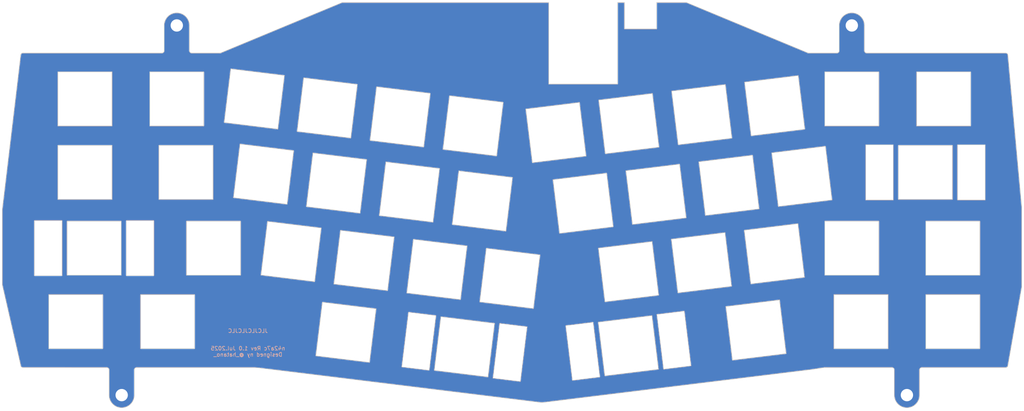
<source format=kicad_pcb>
(kicad_pcb (version 20241229) (generator "pcbnew") (generator_version "9.0")
  (title_block (title "n42a7c") (date "2025-06-08") (rev "1.0"))
  (layers (0 "F.Cu" mixed) (2 "B.Cu" mixed) (13 "F.Paste" user) (15 "B.Paste" user) (5 "F.SilkS" user "F.Silkscreen") (7 "B.SilkS" user "B.Silkscreen") (1 "F.Mask" user) (3 "B.Mask" user) (25 "Edge.Cuts" user))
  (net 0 "")
  (net 1 "GND")
  (footprint "cscslib:MountingHole_M3_plating_truss" (layer "F.Cu") (at 44.6484 124.42021)
    (property "Reference" "H3")
    (property "Value" "MountingHole_Pad" (hide yes))
    (pad "1" thru_hole circle (at 0 0) (size 3.4 3.4) (drill 3.2) (layers "*.Cu" "*.Mask") (net 1 "GND") (clearance 1.75))
  )
  (footprint "cscslib:MountingHole_M3_plating_truss" (layer "F.Cu") (at 58.935987 28.57502)
    (property "Reference" "H1")
    (property "Value" "MountingHole_Pad" (hide yes))
    (pad "1" thru_hole circle (at 0 0) (size 3.4 3.4) (drill 3.2) (layers "*.Cu" "*.Mask") (net 1 "GND") (clearance 1.75))
  )
  (footprint "cscslib:MountingHole_M3_plating_truss" (layer "F.Cu") (at 248.245104 124.420416)
    (property "Reference" "H4")
    (property "Value" "MountingHole_Pad" (hide yes))
    (pad "1" thru_hole circle (at 0 0) (size 3.4 3.4) (drill 3.2) (layers "*.Cu" "*.Mask") (net 1 "GND") (clearance 1.75))
  )
  (footprint "cscslib:MountingHole_M3_plating_truss" (layer "F.Cu") (at 233.958009 28.575024)
    (property "Reference" "H2")
    (property "Value" "MountingHole_Pad" (hide yes))
    (pad "1" thru_hole circle (at 0 0) (size 3.4 3.4) (drill 3.2) (layers "*.Cu" "*.Mask") (net 1 "GND") (clearance 1.75))
  )
  (footprint "cscslib:CPG151101S11_frame" (layer "B.Cu") (at 35.12349 47.624947)
    (property "Reference" "SW1" (hide yes))
    (property "Value" "CPG151101S11-16" (hide yes))
    (fp_line (start -7 -7) (end 7 -7) (stroke (width 0.15)) (layer "Edge.Cuts"))
    (fp_line (start -7 7) (end -7 -7) (stroke (width 0.15)) (layer "Edge.Cuts"))
    (fp_line (start -7 7) (end 7 7) (stroke (width 0.15)) (layer "Edge.Cuts"))
    (fp_line (start 7 7) (end 7 -7) (stroke (width 0.15)) (layer "Edge.Cuts"))
  )
  (footprint "cscslib:CPG151101S11_frame" (layer "B.Cu") (at 79.035307 47.638212 -7)
    (property "Reference" "SW3" (hide yes))
    (property "Value" "CPG151101S11-16" (hide yes))
    (fp_line (start -6.999999 7) (end -7 -6.999999) (stroke (width 0.15)) (layer "Edge.Cuts"))
    (fp_line (start -6.999999 7) (end 7 6.999999) (stroke (width 0.15)) (layer "Edge.Cuts"))
    (fp_line (start -7 -6.999999) (end 6.999999 -7) (stroke (width 0.15)) (layer "Edge.Cuts"))
    (fp_line (start 7 6.999999) (end 6.999999 -7) (stroke (width 0.15)) (layer "Edge.Cuts"))
  )
  (footprint "cscslib:CPG151101S11_frame" (layer "B.Cu") (at 97.94339 49.959835 -7)
    (property "Reference" "SW4" (hide yes))
    (property "Value" "CPG151101S11-16" (hide yes))
    (fp_line (start -6.999999 7) (end -7 -6.999999) (stroke (width 0.15)) (layer "Edge.Cuts"))
    (fp_line (start -6.999999 7) (end 7 6.999999) (stroke (width 0.15)) (layer "Edge.Cuts"))
    (fp_line (start -7 -6.999999) (end 6.999999 -7) (stroke (width 0.15)) (layer "Edge.Cuts"))
    (fp_line (start 7 6.999999) (end 6.999999 -7) (stroke (width 0.15)) (layer "Edge.Cuts"))
  )
  (footprint "cscslib:CPG151101S11_frame" (layer "B.Cu") (at 116.851469 52.281451 -7)
    (property "Reference" "SW5" (hide yes))
    (property "Value" "CPG151101S11-16" (hide yes))
    (fp_line (start -6.999999 7) (end -7 -6.999999) (stroke (width 0.15)) (layer "Edge.Cuts"))
    (fp_line (start -6.999999 7) (end 7 6.999999) (stroke (width 0.15)) (layer "Edge.Cuts"))
    (fp_line (start -7 -6.999999) (end 6.999999 -7) (stroke (width 0.15)) (layer "Edge.Cuts"))
    (fp_line (start 7 6.999999) (end 6.999999 -7) (stroke (width 0.15)) (layer "Edge.Cuts"))
  )
  (footprint "cscslib:CPG151101S11_frame" (layer "B.Cu") (at 135.759557 54.603071 -7)
    (property "Reference" "SW6" (hide yes))
    (property "Value" "CPG151101S11-16" (hide yes))
    (fp_line (start -6.999999 7) (end -7 -6.999999) (stroke (width 0.15)) (layer "Edge.Cuts"))
    (fp_line (start -6.999999 7) (end 7 6.999999) (stroke (width 0.15)) (layer "Edge.Cuts"))
    (fp_line (start -7 -6.999999) (end 6.999999 -7) (stroke (width 0.15)) (layer "Edge.Cuts"))
    (fp_line (start 7 6.999999) (end 6.999999 -7) (stroke (width 0.15)) (layer "Edge.Cuts"))
  )
  (footprint "cscslib:CPG151101S11_frame" (layer "B.Cu") (at 157.240616 56.344319 7)
    (property "Reference" "SW7" (hide yes))
    (property "Value" "CPG151101S11-16" (hide yes))
    (fp_line (start -6.999999 -7) (end 7 -6.999999) (stroke (width 0.15)) (layer "Edge.Cuts"))
    (fp_line (start -7 6.999999) (end -6.999999 -7) (stroke (width 0.15)) (layer "Edge.Cuts"))
    (fp_line (start -7 6.999999) (end 6.999999 7) (stroke (width 0.15)) (layer "Edge.Cuts"))
    (fp_line (start 6.999999 7) (end 7 -6.999999) (stroke (width 0.15)) (layer "Edge.Cuts"))
  )
  (footprint "cscslib:CPG151101S11_frame" (layer "B.Cu") (at 176.148605 54.022573 7)
    (property "Reference" "SW8" (hide yes))
    (property "Value" "CPG151101S11-16" (hide yes))
    (fp_line (start -6.999999 -7) (end 7 -6.999999) (stroke (width 0.15)) (layer "Edge.Cuts"))
    (fp_line (start -7 6.999999) (end -6.999999 -7) (stroke (width 0.15)) (layer "Edge.Cuts"))
    (fp_line (start -7 6.999999) (end 6.999999 7) (stroke (width 0.15)) (layer "Edge.Cuts"))
    (fp_line (start 6.999999 7) (end 7 -6.999999) (stroke (width 0.15)) (layer "Edge.Cuts"))
  )
  (footprint "cscslib:CPG151101S11_frame" (layer "B.Cu") (at 195.056609 51.700962 7)
    (property "Reference" "SW9" (hide yes))
    (property "Value" "CPG151101S11-16" (hide yes))
    (fp_line (start -6.999999 -7) (end 7 -6.999999) (stroke (width 0.15)) (layer "Edge.Cuts"))
    (fp_line (start -7 6.999999) (end -6.999999 -7) (stroke (width 0.15)) (layer "Edge.Cuts"))
    (fp_line (start -7 6.999999) (end 6.999999 7) (stroke (width 0.15)) (layer "Edge.Cuts"))
    (fp_line (start 6.999999 7) (end 7 -6.999999) (stroke (width 0.15)) (layer "Edge.Cuts"))
  )
  (footprint "cscslib:CPG151101S11_frame" (layer "B.Cu") (at 213.964612 49.379351 7)
    (property "Reference" "SW10" (hide yes))
    (property "Value" "CPG151101S11-16" (hide yes))
    (fp_line (start -6.999999 -7) (end 7 -6.999999) (stroke (width 0.15)) (layer "Edge.Cuts"))
    (fp_line (start -7 6.999999) (end -6.999999 -7) (stroke (width 0.15)) (layer "Edge.Cuts"))
    (fp_line (start -7 6.999999) (end 6.999999 7) (stroke (width 0.15)) (layer "Edge.Cuts"))
    (fp_line (start 6.999999 7) (end 7 -6.999999) (stroke (width 0.15)) (layer "Edge.Cuts"))
  )
  (footprint "cscslib:CPG151101S11_frame" (layer "B.Cu") (at 233.958009 47.624944)
    (property "Reference" "SW11" (hide yes))
    (property "Value" "CPG151101S11-16" (hide yes))
    (fp_line (start -7 -7) (end 7 -7) (stroke (width 0.15)) (layer "Edge.Cuts"))
    (fp_line (start -7 7) (end -7 -7) (stroke (width 0.15)) (layer "Edge.Cuts"))
    (fp_line (start -7 7) (end 7 7) (stroke (width 0.15)) (layer "Edge.Cuts"))
    (fp_line (start 7 7) (end 7 -7) (stroke (width 0.15)) (layer "Edge.Cuts"))
  )
  (footprint "cscslib:CPG151101S11_frame" (layer "B.Cu") (at 61.317239 66.675056)
    (property "Reference" "SW14" (hide yes))
    (property "Value" "CPG151101S11-16" (hide yes))
    (fp_line (start -7 -7) (end 7 -7) (stroke (width 0.15)) (layer "Edge.Cuts"))
    (fp_line (start -7 7) (end -7 -7) (stroke (width 0.15)) (layer "Edge.Cuts"))
    (fp_line (start -7 7) (end 7 7) (stroke (width 0.15)) (layer "Edge.Cuts"))
    (fp_line (start 7 7) (end 7 -7) (stroke (width 0.15)) (layer "Edge.Cuts"))
  )
  (footprint "cscslib:CPG151101S11_frame" (layer "B.Cu") (at 81.440532 67.12668 -7)
    (property "Reference" "SW15" (hide yes))
    (property "Value" "CPG151101S11-16" (hide yes))
    (fp_line (start -6.999999 7) (end -7 -6.999999) (stroke (width 0.15)) (layer "Edge.Cuts"))
    (fp_line (start -6.999999 7) (end 7 6.999999) (stroke (width 0.15)) (layer "Edge.Cuts"))
    (fp_line (start -7 -6.999999) (end 6.999999 -7) (stroke (width 0.15)) (layer "Edge.Cuts"))
    (fp_line (start 7 6.999999) (end 6.999999 -7) (stroke (width 0.15)) (layer "Edge.Cuts"))
  )
  (footprint "cscslib:CPG151101S11_frame" (layer "B.Cu") (at 164.289229 74.67192 7)
    (property "Reference" "SW19" (hide yes))
    (property "Value" "CPG151101S11-16" (hide yes))
    (fp_line (start -6.999999 -7) (end 7 -6.999999) (stroke (width 0.15)) (layer "Edge.Cuts"))
    (fp_line (start -7 6.999999) (end -6.999999 -7) (stroke (width 0.15)) (layer "Edge.Cuts"))
    (fp_line (start -7 6.999999) (end 6.999999 7) (stroke (width 0.15)) (layer "Edge.Cuts"))
    (fp_line (start 6.999999 7) (end 7 -6.999999) (stroke (width 0.15)) (layer "Edge.Cuts"))
  )
  (footprint "cscslib:CPG151101S11_frame" (layer "B.Cu") (at 202.105234 70.028699 7)
    (property "Reference" "SW21" (hide yes))
    (property "Value" "CPG151101S11-16" (hide yes))
    (fp_line (start -6.999999 -7) (end 7 -6.999999) (stroke (width 0.15)) (layer "Edge.Cuts"))
    (fp_line (start -7 6.999999) (end -6.999999 -7) (stroke (width 0.15)) (layer "Edge.Cuts"))
    (fp_line (start -7 6.999999) (end 6.999999 7) (stroke (width 0.15)) (layer "Edge.Cuts"))
    (fp_line (start 6.999999 7) (end 7 -6.999999) (stroke (width 0.15)) (layer "Edge.Cuts"))
  )
  (footprint "cscslib:CPG151101S11_frame_S" (layer "B.Cu") (at 37.504719 86.320385)
    (property "Reference" "SW24" (hide yes))
    (property "Value" "CPG151101S11-16" (hide yes))
    (fp_line (start -15.478138 -7.143756) (end -8.334382 -7.143756) (stroke (width 0.12)) (layer "Edge.Cuts"))
    (fp_line (start -15.478138 7.143756) (end -15.478138 -7.143756) (stroke (width 0.12)) (layer "Edge.Cuts"))
    (fp_line (start -8.334382 -7.143756) (end -8.334382 7.143756) (stroke (width 0.12)) (layer "Edge.Cuts"))
    (fp_line (start -8.334382 7.143756) (end -15.478138 7.143756) (stroke (width 0.12)) (layer "Edge.Cuts"))
    (fp_line (start -7 -7) (end -7 7) (stroke (width 0.15)) (layer "Edge.Cuts"))
    (fp_line (start -7 -7) (end 7 -7) (stroke (width 0.15)) (layer "Edge.Cuts"))
    (fp_line (start 7 7) (end -7 7) (stroke (width 0.15)) (layer "Edge.Cuts"))
    (fp_line (start 7 7) (end 7 -7) (stroke (width 0.15)) (layer "Edge.Cuts"))
    (fp_line (start 8.334382 -7.143756) (end 8.334382 7.143756) (stroke (width 0.12)) (layer "Edge.Cuts"))
    (fp_line (start 8.334382 -7.143756) (end 15.478138 -7.143756) (stroke (width 0.12)) (layer "Edge.Cuts"))
    (fp_line (start 8.334382 7.143756) (end 15.478138 7.143756) (stroke (width 0.12)) (layer "Edge.Cuts"))
    (fp_line (start 15.478138 7.143756) (end 15.478138 -7.143756) (stroke (width 0.12)) (layer "Edge.Cuts"))
  )
  (footprint "cscslib:CPG151101S11_frame" (layer "B.Cu") (at 68.460993 86.320387)
    (property "Reference" "SW25" (hide yes))
    (property "Value" "CPG151101S11-16" (hide yes))
    (fp_line (start -7 -7) (end 7 -7) (stroke (width 0.15)) (layer "Edge.Cuts"))
    (fp_line (start -7 7) (end -7 -7) (stroke (width 0.15)) (layer "Edge.Cuts"))
    (fp_line (start -7 7) (end 7 7) (stroke (width 0.15)) (layer "Edge.Cuts"))
    (fp_line (start 7 7) (end 7 -7) (stroke (width 0.15)) (layer "Edge.Cuts"))
  )
  (footprint "cscslib:CPG151101S11_frame" (layer "B.Cu") (at 88.572927 87.195507 -7)
    (property "Reference" "SW26" (hide yes))
    (property "Value" "CPG151101S11-16" (hide yes))
    (fp_line (start -6.999999 7) (end -7 -6.999999) (stroke (width 0.15)) (layer "Edge.Cuts"))
    (fp_line (start -6.999999 7) (end 7 6.999999) (stroke (width 0.15)) (layer "Edge.Cuts"))
    (fp_line (start -7 -6.999999) (end 6.999999 -7) (stroke (width 0.15)) (layer "Edge.Cuts"))
    (fp_line (start 7 6.999999) (end 6.999999 -7) (stroke (width 0.15)) (layer "Edge.Cuts"))
  )
  (footprint "cscslib:CPG151101S11_frame" (layer "B.Cu") (at 126.38899 91.838573 -7)
    (property "Reference" "SW28" (hide yes))
    (property "Value" "CPG151101S11-16" (hide yes))
    (fp_line (start -6.999999 7) (end -7 -6.999999) (stroke (width 0.15)) (layer "Edge.Cuts"))
    (fp_line (start -6.999999 7) (end 7 6.999999) (stroke (width 0.15)) (layer "Edge.Cuts"))
    (fp_line (start -7 -6.999999) (end 6.999999 -7) (stroke (width 0.15)) (layer "Edge.Cuts"))
    (fp_line (start 7 6.999999) (end 6.999999 -7) (stroke (width 0.15)) (layer "Edge.Cuts"))
  )
  (footprint "cscslib:CPG151101S11_frame" (layer "B.Cu") (at 145.296978 94.160409 -7)
    (property "Reference" "SW29" (hide yes))
    (property "Value" "CPG151101S11-16" (hide yes))
    (fp_line (start -6.999999 7) (end -7 -6.999999) (stroke (width 0.15)) (layer "Edge.Cuts"))
    (fp_line (start -6.999999 7) (end 7 6.999999) (stroke (width 0.15)) (layer "Edge.Cuts"))
    (fp_line (start -7 -6.999999) (end 6.999999 -7) (stroke (width 0.15)) (layer "Edge.Cuts"))
    (fp_line (start 7 6.999999) (end 6.999999 -7) (stroke (width 0.15)) (layer "Edge.Cuts"))
  )
  (footprint "cscslib:CPG151101S11_frame" (layer "B.Cu") (at 58.935987 47.624945)
    (property "Reference" "SW2" (hide yes))
    (property "Value" "CPG151101S11-16" (hide yes))
    (fp_line (start -7 -7) (end 7 -7) (stroke (width 0.15)) (layer "Edge.Cuts"))
    (fp_line (start -7 7) (end -7 -7) (stroke (width 0.15)) (layer "Edge.Cuts"))
    (fp_line (start -7 7) (end 7 7) (stroke (width 0.15)) (layer "Edge.Cuts"))
    (fp_line (start 7 7) (end 7 -7) (stroke (width 0.15)) (layer "Edge.Cuts"))
  )
  (footprint "cscslib:CPG151101S11_frame" (layer "B.Cu") (at 183.197233 72.350309 7)
    (property "Reference" "SW20" (hide yes))
    (property "Value" "CPG151101S11-16" (hide yes))
    (fp_line (start -6.999999 -7) (end 7 -6.999999) (stroke (width 0.15)) (layer "Edge.Cuts"))
    (fp_line (start -7 6.999999) (end -6.999999 -7) (stroke (width 0.15)) (layer "Edge.Cuts"))
    (fp_line (start -7 6.999999) (end 6.999999 7) (stroke (width 0.15)) (layer "Edge.Cuts"))
    (fp_line (start 6.999999 7) (end 7 -6.999999) (stroke (width 0.15)) (layer "Edge.Cuts"))
  )
  (footprint "cscslib:CPG151101S11_frame" (layer "B.Cu") (at 35.123493 66.675055)
    (property "Reference" "SW13" (hide yes))
    (property "Value" "CPG151101S11-16" (hide yes))
    (fp_line (start -7 -7) (end 7 -7) (stroke (width 0.15)) (layer "Edge.Cuts"))
    (fp_line (start -7 7) (end -7 -7) (stroke (width 0.15)) (layer "Edge.Cuts"))
    (fp_line (start -7 7) (end 7 7) (stroke (width 0.15)) (layer "Edge.Cuts"))
    (fp_line (start 7 7) (end 7 -7) (stroke (width 0.15)) (layer "Edge.Cuts"))
  )
  (footprint "cscslib:CPG151101S11_frame" (layer "B.Cu") (at 221.013241 67.707088 7)
    (property "Reference" "SW22" (hide yes))
    (property "Value" "CPG151101S11-16" (hide yes))
    (fp_line (start -6.999999 -7) (end 7 -6.999999) (stroke (width 0.15)) (layer "Edge.Cuts"))
    (fp_line (start -7 6.999999) (end -6.999999 -7) (stroke (width 0.15)) (layer "Edge.Cuts"))
    (fp_line (start -7 6.999999) (end 6.999999 7) (stroke (width 0.15)) (layer "Edge.Cuts"))
    (fp_line (start 6.999999 7) (end 7 -6.999999) (stroke (width 0.15)) (layer "Edge.Cuts"))
  )
  (footprint "cscslib:CPG151101S11_frame" (layer "B.Cu") (at 100.34855 69.44829 -7)
    (property "Reference" "SW16" (hide yes))
    (property "Value" "CPG151101S11-16" (hide yes))
    (fp_line (start -6.999999 7) (end -7 -6.999999) (stroke (width 0.15)) (layer "Edge.Cuts"))
    (fp_line (start -6.999999 7) (end 7 6.999999) (stroke (width 0.15)) (layer "Edge.Cuts"))
    (fp_line (start -7 -6.999999) (end 6.999999 -7) (stroke (width 0.15)) (layer "Edge.Cuts"))
    (fp_line (start 7 6.999999) (end 6.999999 -7) (stroke (width 0.15)) (layer "Edge.Cuts"))
  )
  (footprint "cscslib:CPG151101S11_frame" (layer "B.Cu") (at 138.16459 74.091519 -7)
    (property "Reference" "SW18" (hide yes))
    (property "Value" "CPG151101S11-16" (hide yes))
    (fp_line (start -6.999999 7) (end -7 -6.999999) (stroke (width 0.15)) (layer "Edge.Cuts"))
    (fp_line (start -6.999999 7) (end 7 6.999999) (stroke (width 0.15)) (layer "Edge.Cuts"))
    (fp_line (start -7 -6.999999) (end 6.999999 -7) (stroke (width 0.15)) (layer "Edge.Cuts"))
    (fp_line (start 7 6.999999) (end 6.999999 -7) (stroke (width 0.15)) (layer "Edge.Cuts"))
  )
  (footprint "cscslib:CPG151101S11_frame" (layer "B.Cu") (at 119.256568 71.769906 -7)
    (property "Reference" "SW17" (hide yes))
    (property "Value" "CPG151101S11-16" (hide yes))
    (fp_line (start -6.999999 7) (end -7 -6.999999) (stroke (width 0.15)) (layer "Edge.Cuts"))
    (fp_line (start -6.999999 7) (end 7 6.999999) (stroke (width 0.15)) (layer "Edge.Cuts"))
    (fp_line (start -7 -6.999999) (end 6.999999 -7) (stroke (width 0.15)) (layer "Edge.Cuts"))
    (fp_line (start 7 6.999999) (end 6.999999 -7) (stroke (width 0.15)) (layer "Edge.Cuts"))
  )
  (footprint "cscslib:CPG151101S11_frame_S" (layer "B.Cu") (at 253.039765 66.675056)
    (property "Reference" "SW23" (hide yes))
    (property "Value" "CPG151101S11-16" (hide yes))
    (fp_line (start -15.478138 -7.143756) (end -8.334382 -7.143756) (stroke (width 0.12)) (layer "Edge.Cuts"))
    (fp_line (start -15.478138 7.143756) (end -15.478138 -7.143756) (stroke (width 0.12)) (layer "Edge.Cuts"))
    (fp_line (start -8.334382 -7.143756) (end -8.334382 7.143756) (stroke (width 0.12)) (layer "Edge.Cuts"))
    (fp_line (start -8.334382 7.143756) (end -15.478138 7.143756) (stroke (width 0.12)) (layer "Edge.Cuts"))
    (fp_line (start -7 -7) (end -7 7) (stroke (width 0.15)) (layer "Edge.Cuts"))
    (fp_line (start -7 -7) (end 7 -7) (stroke (width 0.15)) (layer "Edge.Cuts"))
    (fp_line (start 7 7) (end -7 7) (stroke (width 0.15)) (layer "Edge.Cuts"))
    (fp_line (start 7 7) (end 7 -7) (stroke (width 0.15)) (layer "Edge.Cuts"))
    (fp_line (start 8.334382 -7.143756) (end 8.334382 7.143756) (stroke (width 0.12)) (layer "Edge.Cuts"))
    (fp_line (start 8.334382 -7.143756) (end 15.478138 -7.143756) (stroke (width 0.12)) (layer "Edge.Cuts"))
    (fp_line (start 8.334382 7.143756) (end 15.478138 7.143756) (stroke (width 0.12)) (layer "Edge.Cuts"))
    (fp_line (start 15.478138 7.143756) (end 15.478138 -7.143756) (stroke (width 0.12)) (layer "Edge.Cuts"))
  )
  (footprint "cscslib:CPG151101S11_frame" (layer "B.Cu") (at 213.88085 87.775897 7)
    (property "Reference" "SW32" (hide yes))
    (property "Value" "CPG151101S11-16" (hide yes))
    (fp_line (start -6.999999 -7) (end 7 -6.999999) (stroke (width 0.15)) (layer "Edge.Cuts"))
    (fp_line (start -7 6.999999) (end -6.999999 -7) (stroke (width 0.15)) (layer "Edge.Cuts"))
    (fp_line (start -7 6.999999) (end 6.999999 7) (stroke (width 0.15)) (layer "Edge.Cuts"))
    (fp_line (start 6.999999 7) (end 7 -6.999999) (stroke (width 0.15)) (layer "Edge.Cuts"))
  )
  (footprint "cscslib:CPG151101S11_frame" (layer "B.Cu") (at 257.770529 47.624944)
    (property "Reference" "SW12" (hide yes))
    (property "Value" "CPG151101S11-16" (hide yes))
    (fp_line (start -7 -7) (end 7 -7) (stroke (width 0.15)) (layer "Edge.Cuts"))
    (fp_line (start -7 7) (end -7 -7) (stroke (width 0.15)) (layer "Edge.Cuts"))
    (fp_line (start -7 7) (end 7 7) (stroke (width 0.15)) (layer "Edge.Cuts"))
    (fp_line (start 7 7) (end 7 -7) (stroke (width 0.15)) (layer "Edge.Cuts"))
  )
  (footprint "cscslib:CPG151101S11_frame" (layer "B.Cu") (at 107.480948 89.517121 -7)
    (property "Reference" "SW27" (hide yes))
    (property "Value" "CPG151101S11-16" (hide yes))
    (fp_line (start -6.999999 7) (end -7 -6.999999) (stroke (width 0.15)) (layer "Edge.Cuts"))
    (fp_line (start -6.999999 7) (end 7 6.999999) (stroke (width 0.15)) (layer "Edge.Cuts"))
    (fp_line (start -7 -6.999999) (end 6.999999 -7) (stroke (width 0.15)) (layer "Edge.Cuts"))
    (fp_line (start 7 6.999999) (end 6.999999 -7) (stroke (width 0.15)) (layer "Edge.Cuts"))
  )
  (footprint "cscslib:CPG151101S11_frame" (layer "B.Cu") (at 176.06484 92.419119 7)
    (property "Reference" "SW30" (hide yes))
    (property "Value" "CPG151101S11-16" (hide yes))
    (fp_line (start -6.999999 -7) (end 7 -6.999999) (stroke (width 0.15)) (layer "Edge.Cuts"))
    (fp_line (start -7 6.999999) (end -6.999999 -7) (stroke (width 0.15)) (layer "Edge.Cuts"))
    (fp_line (start -7 6.999999) (end 6.999999 7) (stroke (width 0.15)) (layer "Edge.Cuts"))
    (fp_line (start 6.999999 7) (end 7 -6.999999) (stroke (width 0.15)) (layer "Edge.Cuts"))
  )
  (footprint "cscslib:CPG151101S11_frame" (layer "B.Cu") (at 260.151781 105.370401)
    (property "Reference" "SW42" (hide yes))
    (property "Value" "CPG151101S11-16" (hide yes))
    (fp_line (start -7 -7) (end 7 -7) (stroke (width 0.15)) (layer "Edge.Cuts"))
    (fp_line (start -7 7) (end -7 -7) (stroke (width 0.15)) (layer "Edge.Cuts"))
    (fp_line (start -7 7) (end 7 7) (stroke (width 0.15)) (layer "Edge.Cuts"))
    (fp_line (start 7 7) (end 7 -7) (stroke (width 0.15)) (layer "Edge.Cuts"))
  )
  (footprint "cscslib:CPG151101S11_frame" (layer "B.Cu") (at 209.111959 107.554506 7)
    (property "Reference" "SW40" (hide yes))
    (property "Value" "CPG151101S11-16" (hide yes))
    (fp_line (start -6.999999 -7) (end 7 -6.999999) (stroke (width 0.15)) (layer "Edge.Cuts"))
    (fp_line (start -7 6.999999) (end -6.999999 -7) (stroke (width 0.15)) (layer "Edge.Cuts"))
    (fp_line (start -7 6.999999) (end 6.999999 7) (stroke (width 0.15)) (layer "Edge.Cuts"))
    (fp_line (start 6.999999 7) (end 7 -6.999999) (stroke (width 0.15)) (layer "Edge.Cuts"))
  )
  (footprint "cscslib:CPG151101S11_frame" (layer "B.Cu") (at 236.339261 105.370401)
    (property "Reference" "SW41" (hide yes))
    (property "Value" "CPG151101S11-16" (hide yes))
    (fp_line (start -7 -7) (end 7 -7) (stroke (width 0.15)) (layer "Edge.Cuts"))
    (fp_line (start -7 7) (end -7 -7) (stroke (width 0.15)) (layer "Edge.Cuts"))
    (fp_line (start -7 7) (end 7 7) (stroke (width 0.15)) (layer "Edge.Cuts"))
    (fp_line (start 7 7) (end 7 -7) (stroke (width 0.15)) (layer "Edge.Cuts"))
  )
  (footprint "cscslib:CPG151101S11_frame_S" (layer "B.Cu") (at 176.022952 111.617325 7)
    (property "Reference" "SW39" (hide yes))
    (property "Value" "CPG151101S11-16" (hide yes))
    (fp_line (start -15.478138 -7.143756) (end -8.334382 -7.143756) (stroke (width 0.12)) (layer "Edge.Cuts"))
    (fp_line (start -15.478138 7.143756) (end -15.478138 -7.143756) (stroke (width 0.12)) (layer "Edge.Cuts"))
    (fp_line (start -8.334382 -7.143756) (end -8.334382 7.143756) (stroke (width 0.12)) (layer "Edge.Cuts"))
    (fp_line (start -6.999999 -7) (end -7 6.999999) (stroke (width 0.15)) (layer "Edge.Cuts"))
    (fp_line (start -6.999999 -7) (end 7 -6.999999) (stroke (width 0.15)) (layer "Edge.Cuts"))
    (fp_line (start -8.334382 7.143756) (end -15.478138 7.143756) (stroke (width 0.12)) (layer "Edge.Cuts"))
    (fp_line (start 8.334382 -7.143756) (end 8.334382 7.143756) (stroke (width 0.12)) (layer "Edge.Cuts"))
    (fp_line (start 8.334382 -7.143756) (end 15.478138 -7.143756) (stroke (width 0.12)) (layer "Edge.Cuts"))
    (fp_line (start 6.999999 7) (end -7 6.999999) (stroke (width 0.15)) (layer "Edge.Cuts"))
    (fp_line (start 6.999999 7) (end 7 -6.999999) (stroke (width 0.15)) (layer "Edge.Cuts"))
    (fp_line (start 8.334382 7.143756) (end 15.478138 7.143756) (stroke (width 0.12)) (layer "Edge.Cuts"))
    (fp_line (start 15.478138 7.143756) (end 15.478138 -7.143756) (stroke (width 0.12)) (layer "Edge.Cuts"))
  )
  (footprint "cscslib:CPG151101S11_frame" (layer "B.Cu") (at 233.958009 86.320382)
    (property "Reference" "SW33" (hide yes))
    (property "Value" "CPG151101S11-16" (hide yes))
    (fp_line (start -7 -7) (end 7 -7) (stroke (width 0.15)) (layer "Edge.Cuts"))
    (fp_line (start -7 7) (end -7 -7) (stroke (width 0.15)) (layer "Edge.Cuts"))
    (fp_line (start -7 7) (end 7 7) (stroke (width 0.15)) (layer "Edge.Cuts"))
    (fp_line (start 7 7) (end 7 -7) (stroke (width 0.15)) (layer "Edge.Cuts"))
  )
  (footprint "cscslib:CPG151101S11_frame" (layer "B.Cu") (at 32.742215 105.370404)
    (property "Reference" "SW35" (hide yes))
    (property "Value" "CPG151101S11-16" (hide yes))
    (fp_line (start -7 -7) (end 7 -7) (stroke (width 0.15)) (layer "Edge.Cuts"))
    (fp_line (start -7 7) (end -7 -7) (stroke (width 0.15)) (layer "Edge.Cuts"))
    (fp_line (start -7 7) (end 7 7) (stroke (width 0.15)) (layer "Edge.Cuts"))
    (fp_line (start 7 7) (end 7 -7) (stroke (width 0.15)) (layer "Edge.Cuts"))
  )
  (footprint "cscslib:CPG151101S11_frame" (layer "B.Cu") (at 194.972846 90.097508 7)
    (property "Reference" "SW31" (hide yes))
    (property "Value" "CPG151101S11-16" (hide yes))
    (fp_line (start -6.999999 -7) (end 7 -6.999999) (stroke (width 0.15)) (layer "Edge.Cuts"))
    (fp_line (start -7 6.999999) (end -6.999999 -7) (stroke (width 0.15)) (layer "Edge.Cuts"))
    (fp_line (start -7 6.999999) (end 6.999999 7) (stroke (width 0.15)) (layer "Edge.Cuts"))
    (fp_line (start 6.999999 7) (end 7 -6.999999) (stroke (width 0.15)) (layer "Edge.Cuts"))
  )
  (footprint "cscslib:CPG151101S11_frame" (layer "B.Cu") (at 260.151779 86.320385)
    (property "Reference" "SW34" (hide yes))
    (property "Value" "CPG151101S11-16" (hide yes))
    (fp_line (start -7 -7) (end 7 -7) (stroke (width 0.15)) (layer "Edge.Cuts"))
    (fp_line (start -7 7) (end -7 -7) (stroke (width 0.15)) (layer "Edge.Cuts"))
    (fp_line (start -7 7) (end 7 7) (stroke (width 0.15)) (layer "Edge.Cuts"))
    (fp_line (start 7 7) (end 7 -7) (stroke (width 0.15)) (layer "Edge.Cuts"))
  )
  (footprint "cscslib:CPG151101S11_frame_S" (layer "B.Cu") (at 133.521957 111.907493 -7)
    (property "Reference" "SW38" (hide yes))
    (property "Value" "CPG151101S11-16" (hide yes))
    (fp_line (start -15.478138 7.143756) (end -15.478138 -7.143756) (stroke (width 0.12)) (layer "Edge.Cuts"))
    (fp_line (start -15.478138 -7.143756) (end -8.334382 -7.143756) (stroke (width 0.12)) (layer "Edge.Cuts"))
    (fp_line (start -8.334382 7.143756) (end -15.478138 7.143756) (stroke (width 0.12)) (layer "Edge.Cuts"))
    (fp_line (start -8.334382 -7.143756) (end -8.334382 7.143756) (stroke (width 0.12)) (layer "Edge.Cuts"))
    (fp_line (start -7 -6.999999) (end -6.999999 7) (stroke (width 0.15)) (layer "Edge.Cuts"))
    (fp_line (start -7 -6.999999) (end 6.999999 -7) (stroke (width 0.15)) (layer "Edge.Cuts"))
    (fp_line (start 7 6.999999) (end -6.999999 7) (stroke (width 0.15)) (layer "Edge.Cuts"))
    (fp_line (start 7 6.999999) (end 6.999999 -7) (stroke (width 0.15)) (layer "Edge.Cuts"))
    (fp_line (start 8.334382 7.143756) (end 15.478138 7.143756) (stroke (width 0.12)) (layer "Edge.Cuts"))
    (fp_line (start 8.334382 -7.143756) (end 8.334382 7.143756) (stroke (width 0.12)) (layer "Edge.Cuts"))
    (fp_line (start 8.334382 -7.143756) (end 15.478138 -7.143756) (stroke (width 0.12)) (layer "Edge.Cuts"))
    (fp_line (start 15.478138 7.143756) (end 15.478138 -7.143756) (stroke (width 0.12)) (layer "Edge.Cuts"))
  )
  (footprint "cscslib:CPG151101S11_frame" (layer "B.Cu") (at 102.796451 108.13487 -7)
    (property "Reference" "SW37" (hide yes))
    (property "Value" "CPG151101S11-16" (hide yes))
    (fp_line (start -6.999999 7) (end -7 -6.999999) (stroke (width 0.15)) (layer "Edge.Cuts"))
    (fp_line (start -6.999999 7) (end 7 6.999999) (stroke (width 0.15)) (layer "Edge.Cuts"))
    (fp_line (start -7 -6.999999) (end 6.999999 -7) (stroke (width 0.15)) (layer "Edge.Cuts"))
    (fp_line (start 7 6.999999) (end 6.999999 -7) (stroke (width 0.15)) (layer "Edge.Cuts"))
  )
  (footprint "cscslib:CPG151101S11_frame" (layer "B.Cu") (at 56.554735 105.370401)
    (property "Reference" "SW36" (hide yes))
    (property "Value" "CPG151101S11-16" (hide yes))
    (fp_line (start -7 -7) (end 7 -7) (stroke (width 0.15)) (layer "Edge.Cuts"))
    (fp_line (start -7 7) (end -7 -7) (stroke (width 0.15)) (layer "Edge.Cuts"))
    (fp_line (start -7 7) (end 7 7) (stroke (width 0.15)) (layer "Edge.Cuts"))
    (fp_line (start 7 7) (end 7 -7) (stroke (width 0.15)) (layer "Edge.Cuts"))
  )
  (gr_line (start 230.684177 35.123382) (end 230.684287 28.575052) (stroke (width 0.15)) (layer "Edge.Cuts"))
  (gr_line (start 191.095473 22.621875) (end 183.356096 22.621875) (stroke (width 0.15)) (layer "Edge.Cuts"))
  (gr_arc (start 55.661679 35.123375) (mid 55.487323 35.54437) (end 55.066349 35.718708) (stroke (width 0.15)) (layer "Edge.Cuts"))
  (gr_line (start 41.374121 124.420207) (end 41.374128 117.876813) (stroke (width 0.15)) (layer "Edge.Cuts"))
  (gr_line (start 183.35611 29.467944) (end 183.356404 22.621894) (stroke (width 0.15)) (layer "Edge.Cuts"))
  (gr_line (start 80.073858 117.34053) (end 153.342313 126.336706) (stroke (width 0.15)) (layer "Edge.Cuts"))
  (gr_line (start 223.562205 117.775766) (end 226.814253 117.276661) (stroke (width 0.15)) (layer "Edge.Cuts"))
  (gr_arc (start 47.922681 124.420208) (mid 44.648295 127.694491) (end 41.374121 124.419998) (stroke (width 0.15)) (layer "Edge.Cuts"))
  (gr_line (start 153.838937 126.336706) (end 223.562205 117.775766) (stroke (width 0.15)) (layer "Edge.Cuts"))
  (gr_arc (start 230.684204 35.12343) (mid 230.50983 35.544357) (end 230.088891 35.718742) (stroke (width 0.15)) (layer "Edge.Cuts"))
  (gr_line (start 153.342313 126.336706) (end 153.838937 126.336706) (stroke (width 0.15)) (layer "Edge.Cuts"))
  (gr_line (start 237.231831 28.575043) (end 237.231904 35.123486) (stroke (width 0.15)) (layer "Edge.Cuts"))
  (gr_arc (start 18.45471 36.314113) (mid 18.62907 35.893163) (end 19.050023 35.718803) (stroke (width 0.15)) (layer "Edge.Cuts"))
  (gr_arc (start 273.843546 35.7188) (mid 274.264492 35.893152) (end 274.438858 36.314115) (stroke (width 0.15)) (layer "Edge.Cuts"))
  (gr_arc (start 244.375185 117.276669) (mid 244.796097 117.451089) (end 244.970499 117.871994) (stroke (width 0.15)) (layer "Edge.Cuts"))
  (gr_line (start 226.814253 117.276462) (end 244.375024 117.276464) (stroke (width 0.15)) (layer "Edge.Cuts"))
  (gr_line (start 175.021728 29.467944) (end 175.021728 22.621894) (stroke (width 0.15)) (layer "Edge.Cuts"))
  (gr_line (start 173.236068 43.755432) (end 173.236083 22.621894) (stroke (width 0.15)) (layer "Edge.Cuts"))
  (gr_line (start 252.114181 117.276667) (end 273.843481 117.276466) (stroke (width 0.15)) (layer "Edge.Cuts"))
  (gr_arc (start 40.78259 117.27626) (mid 41.200982 117.452045) (end 41.374128 117.871566) (stroke (width 0.15)) (layer "Edge.Cuts"))
  (gr_line (start 175.02202 22.621875) (end 173.236111 22.621875) (stroke (width 0.15)) (layer "Edge.Cuts"))
  (gr_line (start 79.176629 117.276663) (end 80.073858 117.34053) (stroke (width 0.15)) (layer "Edge.Cuts"))
  (gr_line (start 70.246967 35.718695) (end 62.8055 35.718737) (stroke (width 0.15)) (layer "Edge.Cuts"))
  (gr_line (start 55.661606 35.123465) (end 55.661664 28.575024) (stroke (width 0.15)) (layer "Edge.Cuts"))
  (gr_line (start 274.438831 36.314115) (end 278.010704 75.604624) (stroke (width 0.15)) (layer "Edge.Cuts"))
  (gr_arc (start 55.661664 28.575024) (mid 58.935989 25.300694) (end 62.210307 28.575021) (stroke (width 0.15)) (layer "Edge.Cuts"))
  (gr_line (start 237.843961 35.718728) (end 273.8435 35.718804) (stroke (width 0.15)) (layer "Edge.Cuts"))
  (gr_line (start 18.454703 36.314113) (end 13.692199 76.200064) (stroke (width 0.15)) (layer "Edge.Cuts"))
  (gr_line (start 278.010704 75.604624) (end 278.010704 96.440544) (stroke (width 0.15)) (layer "Edge.Cuts"))
  (gr_line (start 278.010704 96.440544) (end 274.439295 116.681348) (stroke (width 0.15)) (layer "Edge.Cuts"))
  (gr_arc (start 47.922517 117.871554) (mid 48.10238 117.445191) (end 48.533251 117.276414) (stroke (width 0.15)) (layer "Edge.Cuts"))
  (gr_arc (start 19.049886 117.270465) (mid 18.628987 117.096118) (end 18.454639 116.675221) (stroke (width 0.15)) (layer "Edge.Cuts"))
  (gr_line (start 230.088891 35.718742) (end 222.647208 35.718934) (stroke (width 0.15)) (layer "Edge.Cuts"))
  (gr_line (start 13.692199 95.845396) (end 13.692199 76.200064) (stroke (width 0.15)) (layer "Edge.Cuts"))
  (gr_arc (start 251.518868 117.871986) (mid 251.693352 117.451156) (end 252.114181 117.276667) (stroke (width 0.15)) (layer "Edge.Cuts"))
  (gr_line (start 244.970473 117.871995) (end 244.970466 124.420417) (stroke (width 0.15)) (layer "Edge.Cuts"))
  (gr_arc (start 230.684287 28.575052) (mid 233.958096 25.301187) (end 237.231831 28.575043) (stroke (width 0.15)) (layer "Edge.Cuts"))
  (gr_line (start 47.922553 117.871566) (end 47.922681 124.420208) (stroke (width 0.15)) (layer "Edge.Cuts"))
  (gr_arc (start 237.837163 35.718872) (mid 237.410226 35.547784) (end 237.232604 35.123543) (stroke (width 0.15)) (layer "Edge.Cuts"))
  (gr_line (start 101.798523 22.621894) (end 70.246706 35.718697) (stroke (width 0.15)) (layer "Edge.Cuts"))
  (gr_line (start 40.78259 117.27626) (end 19.049886 117.270464) (stroke (width 0.15)) (layer "Edge.Cuts"))
  (gr_line (start 155.376708 22.621856) (end 155.376707 43.755432) (stroke (width 0.15)) (layer "Edge.Cuts"))
  (gr_line (start 251.519742 124.420417) (end 251.519764 117.871988) (stroke (width 0.15)) (layer "Edge.Cuts"))
  (gr_arc (start 62.805389 35.718738) (mid 62.384517 35.544352) (end 62.210114 35.123467) (stroke (width 0.15)) (layer "Edge.Cuts"))
  (gr_arc (start 274.439268 116.681329) (mid 274.264804 117.102156) (end 273.843955 117.276642) (stroke (width 0.15)) (layer "Edge.Cuts"))
  (gr_line (start 13.692199 95.845396) (end 18.454638 116.6753) (stroke (width 0.15)) (layer "Edge.Cuts"))
  (gr_line (start 62.210307 28.575021) (end 62.210348 35.123466) (stroke (width 0.15)) (layer "Edge.Cuts"))
  (gr_line (start 48.540019 117.276628) (end 79.176629 117.276663) (stroke (width 0.15)) (layer "Edge.Cuts"))
  (gr_line (start 55.066349 35.718708) (end 19.050023 35.718803) (stroke (width 0.15)) (layer "Edge.Cuts"))
  (gr_line (start 155.376707 43.755432) (end 173.236068 43.755432) (stroke (width 0.15)) (layer "Edge.Cuts"))
  (gr_arc (start 251.519742 124.420417) (mid 248.245104 127.695054) (end 244.970466 124.420417) (stroke (width 0.15)) (layer "Edge.Cuts"))
  (gr_line (start 175.021728 29.467944) (end 183.35611 29.467944) (stroke (width 0.15)) (layer "Edge.Cuts"))
  (gr_line (start 101.798523 22.621894) (end 155.376693 22.621875) (stroke (width 0.15)) (layer "Edge.Cuts"))
  (gr_line (start 191.095473 22.621875) (end 222.647528 35.71878) (stroke (width 0.15)) (layer "Edge.Cuts"))
  (gr_text "n42a7c Rev 1.0 Jul.2025\nDesigned ny @_hatano_" (at 77.39056 113.10928 -0) (layer "B.SilkS") (effects (font (size 1 1)) (justify mirror)))
  (gr_text "JLCJLCJLCJLC" (at 77.39056 107.751472 -0) (layer "B.SilkS") (effects (font (size 1 1)) (justify mirror)))
  (zone (net 1) (net_name "GND") (layers "F.Cu" "B.Cu") (connect_pads (clearance 0)) (min_thickness 0.25) (fill yes (thermal_gap 0.5) (thermal_bridge_width 0.5))
    (polygon (pts (xy 278.60625 128.5875) (xy 278.606016 22.3242) (xy 13.096876 22.3242) (xy 13.096873 128.587499)))
  )
)
</source>
